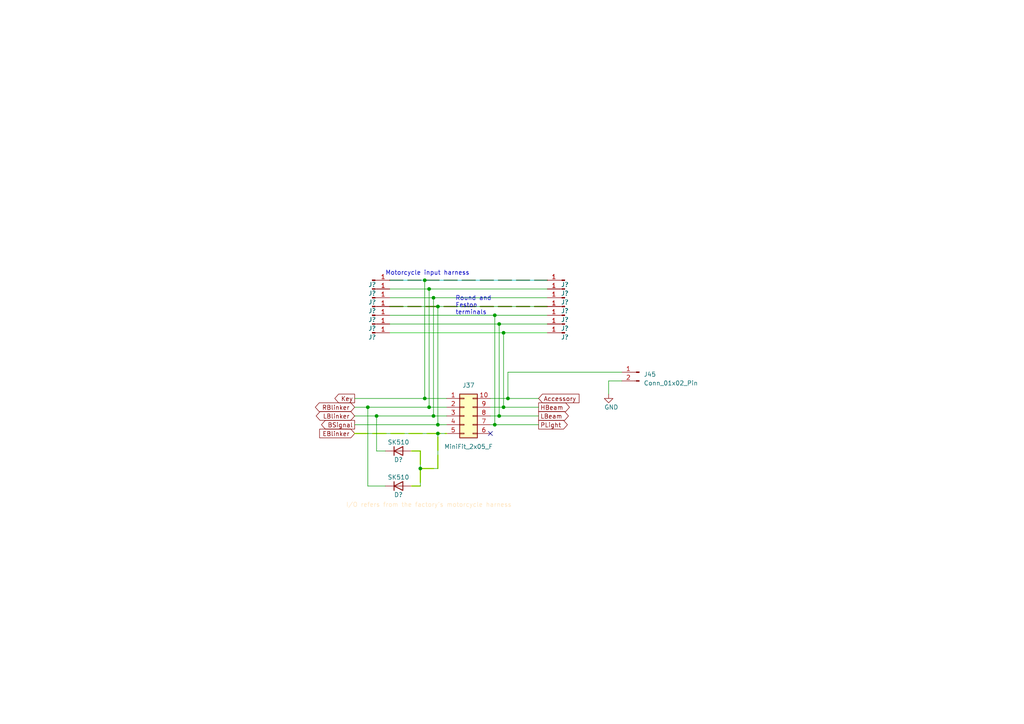
<source format=kicad_sch>
(kicad_sch (version 20230121) (generator eeschema)
  (paper "A4")
  (lib_symbols
    (symbol "Connector:Conn_01x01_Pin" (pin_names (offset 1.016) hide)
      (property "Reference" "J" (at 0 2.54 0))
      (property "Value" "Conn_01x01_Pin" (at 0 -2.54 0))
      (symbol "Conn_01x01_Pin_1_1"
        (polyline (pts (xy 1.27 0) (xy 0.8636 0)) (stroke (width 0.1524)))
        (rectangle (start 0.8636 0.127) (end 0 -0.127) (stroke (width 0.1524)) (fill (type outline)))
        (pin passive line (at 5.08 0 180) (length 3.81) (name "Pin_1") (number "1"))
      )
    )
    (symbol "Connector:Conn_01x02_Pin" (pin_names (offset 1.016) hide)
      (property "Reference" "J" (at 0 2.54 0))
      (property "Value" "Conn_01x02_Pin" (at 0 -5.08 0))
      (symbol "Conn_01x02_Pin_1_1"
        (polyline (pts (xy 1.27 -2.54) (xy 0.8636 -2.54)) (stroke (width 0.1524)))
        (polyline (pts (xy 1.27 0) (xy 0.8636 0)) (stroke (width 0.1524)))
        (rectangle (start 0.8636 -2.413) (end 0 -2.667) (stroke (width 0.1524)) (fill (type outline)))
        (rectangle (start 0.8636 0.127) (end 0 -0.127) (stroke (width 0.1524)) (fill (type outline)))
        (pin passive line (at 5.08 0 180) (length 3.81) (name "Pin_1") (number "1"))
        (pin passive line (at 5.08 -2.54 180) (length 3.81) (name "Pin_2") (number "2"))
      )
    )
    (symbol "Connector_Generic:Conn_02x05_Counter_Clockwise" (pin_names (offset 1.016) hide)
      (property "Reference" "J" (at 1.27 7.62 0))
      (property "Value" "Conn_02x05_Counter_Clockwise" (at 1.27 -7.62 0))
      (symbol "Conn_02x05_Counter_Clockwise_1_1"
        (rectangle (start -1.27 -4.953) (end 0 -5.207) (stroke (width 0.1524)))
        (rectangle (start -1.27 -2.413) (end 0 -2.667) (stroke (width 0.1524)))
        (rectangle (start -1.27 0.127) (end 0 -0.127) (stroke (width 0.1524)))
        (rectangle (start -1.27 2.667) (end 0 2.413) (stroke (width 0.1524)))
        (rectangle (start -1.27 5.207) (end 0 4.953) (stroke (width 0.1524)))
        (rectangle (start -1.27 6.35) (end 3.81 -6.35) (stroke (width 0.254)) (fill (type background)))
        (rectangle (start 3.81 -4.953) (end 2.54 -5.207) (stroke (width 0.1524)))
        (rectangle (start 3.81 -2.413) (end 2.54 -2.667) (stroke (width 0.1524)))
        (rectangle (start 3.81 0.127) (end 2.54 -0.127) (stroke (width 0.1524)))
        (rectangle (start 3.81 2.667) (end 2.54 2.413) (stroke (width 0.1524)))
        (rectangle (start 3.81 5.207) (end 2.54 4.953) (stroke (width 0.1524)))
        (pin passive line (at -5.08 5.08 0) (length 3.81) (name "Pin_1") (number "1"))
        (pin passive line (at 7.62 5.08 180) (length 3.81) (name "Pin_10") (number "10"))
        (pin passive line (at -5.08 2.54 0) (length 3.81) (name "Pin_2") (number "2"))
        (pin passive line (at -5.08 0 0) (length 3.81) (name "Pin_3") (number "3"))
        (pin passive line (at -5.08 -2.54 0) (length 3.81) (name "Pin_4") (number "4"))
        (pin passive line (at -5.08 -5.08 0) (length 3.81) (name "Pin_5") (number "5"))
        (pin passive line (at 7.62 -5.08 180) (length 3.81) (name "Pin_6") (number "6"))
        (pin passive line (at 7.62 -2.54 180) (length 3.81) (name "Pin_7") (number "7"))
        (pin passive line (at 7.62 0 180) (length 3.81) (name "Pin_8") (number "8"))
        (pin passive line (at 7.62 2.54 180) (length 3.81) (name "Pin_9") (number "9"))
      )
    )
    (symbol "Diode:1N5400" (pin_numbers hide) (pin_names hide)
      (property "Reference" "D" (at 0 2.54 0))
      (property "Value" "1N5400" (at 0 -2.54 0))
      (symbol "1N5400_0_1"
        (polyline (pts (xy -1.27 1.27) (xy -1.27 -1.27)) (stroke (width 0.254)))
        (polyline (pts (xy 1.27 0) (xy -1.27 0)))
        (polyline (pts (xy 1.27 1.27) (xy 1.27 -1.27) (xy -1.27 0) (xy 1.27 1.27)) (stroke (width 0.254)))
      )
      (symbol "1N5400_1_1"
        (pin passive line (at -3.81 0 0) (length 2.54) (name "K") (number "1"))
        (pin passive line (at 3.81 0 180) (length 2.54) (name "A") (number "2"))
      )
    )
    (symbol "power:GND" (power) (pin_names (offset 0))
      (property "Value" "GND" (at 0 -3.81 0))
      (symbol "GND_0_1"
        (polyline (pts (xy 0 0) (xy 0 -1.27) (xy 1.27 -1.27) (xy 0 -2.54) (xy -1.27 -1.27) (xy 0 -1.27)))
      )
      (symbol "GND_1_1"
        (pin power_in line (at 0 0 270) (length 0) hide (name "GND") (number "1"))
      )
    )
  )
  (junction (at 123.19 81.28))
  (junction (at 124.46 83.82))
  (junction (at 143.51 91.44))
  (junction (at 143.51 123.19))
  (junction (at 127 125.73))
  (junction (at 146.05 118.11))
  (junction (at 123.19 115.57))
  (junction (at 125.73 120.65))
  (junction (at 106.68 118.11))
  (junction (at 125.73 86.36))
  (junction (at 144.78 120.65))
  (junction (at 127 123.19))
  (junction (at 144.78 93.98))
  (junction (at 147.32 115.57))
  (junction (at 121.92 135.89))
  (junction (at 109.22 120.65))
  (junction (at 146.05 96.52))
  (junction (at 124.46 118.11))
  (junction (at 127 88.9))
  (no_connect (at 142.24 125.73))
  (wire (pts (xy 146.05 96.52) (xy 158.75 96.52)) (stroke (width 0) (color 0 194 0 1)))
  (wire (pts (xy 125.73 86.36) (xy 125.73 120.65)))
  (wire (pts (xy 142.24 123.19) (xy 143.51 123.19)))
  (wire (pts (xy 146.05 118.11) (xy 156.21 118.11)))
  (wire (pts (xy 123.19 81.28) (xy 158.75 81.28)) (stroke (width 0) (color 0 194 194 1)))
  (wire (pts (xy 127 123.19) (xy 129.54 123.19)))
  (wire (pts (xy 142.24 120.65) (xy 144.78 120.65)))
  (wire (pts (xy 102.87 120.65) (xy 109.22 120.65)))
  (polyline (pts (xy 121.92 140.97) (xy 119.38 140.97)) (stroke (width 0.35) (type dash) (color 255 255 0 1)))
  (polyline (pts (xy 121.92 130.81) (xy 119.38 130.81)) (stroke (width 0.35) (type dash) (color 255 255 0 1)))
  (wire (pts (xy 121.92 130.81) (xy 121.92 135.89)))
  (wire (pts (xy 127 125.73) (xy 127 135.89)))
  (wire (pts (xy 102.87 118.11) (xy 106.68 118.11)))
  (polyline (pts (xy 127 135.89) (xy 127 125.73)) (stroke (width 0.35) (type dash) (color 255 255 0 1)))
  (wire (pts (xy 123.19 81.28) (xy 123.19 115.57)))
  (wire (pts (xy 127 88.9) (xy 127 123.19)))
  (wire (pts (xy 109.22 120.65) (xy 125.73 120.65)))
  (wire (pts (xy 121.92 140.97) (xy 119.38 140.97)))
  (wire (pts (xy 144.78 93.98) (xy 158.75 93.98)))
  (polyline (pts (xy 121.92 130.81) (xy 121.92 140.97)) (stroke (width 0.35) (type dash) (color 255 255 0 1)))
  (wire (pts (xy 142.24 115.57) (xy 147.32 115.57)))
  (wire (pts (xy 113.03 96.52) (xy 146.05 96.52)) (stroke (width 0) (color 0 194 0 1)))
  (wire (pts (xy 144.78 120.65) (xy 156.21 120.65)))
  (wire (pts (xy 113.03 93.98) (xy 144.78 93.98)))
  (polyline (pts (xy 121.92 135.89) (xy 127 135.89)) (stroke (width 0.35) (type dash) (color 255 255 0 1)))
  (wire (pts (xy 109.22 130.81) (xy 109.22 120.65)))
  (wire (pts (xy 143.51 123.19) (xy 156.21 123.19)))
  (polyline (pts (xy 113.03 88.9) (xy 158.75 88.9)) (stroke (width 0.35) (type dash) (color 128 77 0 1)))
  (wire (pts (xy 113.03 91.44) (xy 143.51 91.44)))
  (wire (pts (xy 121.92 130.81) (xy 119.38 130.81)))
  (wire (pts (xy 127 88.9) (xy 158.75 88.9)))
  (wire (pts (xy 125.73 86.36) (xy 158.75 86.36)))
  (wire (pts (xy 111.76 130.81) (xy 109.22 130.81)))
  (wire (pts (xy 124.46 118.11) (xy 129.54 118.11)))
  (wire (pts (xy 124.46 83.82) (xy 158.75 83.82)))
  (wire (pts (xy 113.03 81.28) (xy 123.19 81.28)) (stroke (width 0) (color 0 194 194 1)))
  (wire (pts (xy 147.32 107.95) (xy 180.34 107.95)))
  (polyline (pts (xy 113.03 81.28) (xy 158.75 81.28)) (stroke (width 0.35) (type dash) (color 128 77 0 1)))
  (wire (pts (xy 113.03 86.36) (xy 125.73 86.36)))
  (wire (pts (xy 113.03 88.9) (xy 127 88.9)))
  (wire (pts (xy 102.87 123.19) (xy 127 123.19)))
  (wire (pts (xy 144.78 93.98) (xy 144.78 120.65)))
  (wire (pts (xy 146.05 96.52) (xy 146.05 118.11)))
  (wire (pts (xy 106.68 118.11) (xy 124.46 118.11)))
  (wire (pts (xy 121.92 135.89) (xy 121.92 140.97)))
  (wire (pts (xy 176.53 110.49) (xy 176.53 114.3)))
  (wire (pts (xy 111.76 140.97) (xy 106.68 140.97)))
  (wire (pts (xy 106.68 140.97) (xy 106.68 118.11)))
  (wire (pts (xy 143.51 91.44) (xy 143.51 123.19)))
  (wire (pts (xy 147.32 107.95) (xy 147.32 115.57)))
  (wire (pts (xy 142.24 118.11) (xy 146.05 118.11)))
  (wire (pts (xy 125.73 120.65) (xy 129.54 120.65)))
  (wire (pts (xy 124.46 83.82) (xy 124.46 118.11)))
  (wire (pts (xy 127 125.73) (xy 129.54 125.73)))
  (wire (pts (xy 127 135.89) (xy 121.92 135.89)))
  (wire (pts (xy 123.19 115.57) (xy 129.54 115.57)))
  (wire (pts (xy 102.87 125.73) (xy 127 125.73)))
  (wire (pts (xy 102.87 115.57) (xy 123.19 115.57)))
  (wire (pts (xy 147.32 115.57) (xy 156.21 115.57)))
  (wire (pts (xy 143.51 91.44) (xy 158.75 91.44)))
  (polyline (pts (xy 102.87 125.73) (xy 129.54 125.73)) (stroke (width 0.35) (type dash) (color 255 255 0 1)))
  (wire (pts (xy 176.53 110.49) (xy 180.34 110.49)))
  (wire (pts (xy 113.03 83.82) (xy 124.46 83.82)))
  (text "Round and\nFeston\nterminals\n" (at 132.08 91.44 0) (effects (font (size 1.27 1.27)) (justify left bottom)))
  (text "I/O refers from the factory's motorcycle harness\n" (at 100.33 147.32 0) (effects (font (size 1.27 1.27)) (justify left bottom)))
  (text "Motorcycle input harness" (at 111.76 80.01 0) (effects (font (size 1.27 1.27)) (justify left bottom)))
  (global_label "EBlinker" (shape input) (at 102.87 125.73 180) (property "Intersheetrefs" "${INTERSHEET_REFS}" (effects hide)))
  (global_label "LBlinker" (shape bidirectional) (at 102.87 120.65 180) (property "Intersheetrefs" "${INTERSHEET_REFS}" (effects hide)))
  (global_label "PLight" (shape output) (at 156.21 123.19 0) (property "Intersheetrefs" "${INTERSHEET_REFS}" (effects hide)))
  (global_label "BSignal" (shape output) (at 102.87 123.19 180) (property "Intersheetrefs" "${INTERSHEET_REFS}" (effects hide)))
  (global_label "Accessory" (shape input) (at 156.21 115.57 0) (property "Intersheetrefs" "${INTERSHEET_REFS}" (effects hide)))
  (global_label "HBeam" (shape output) (at 156.21 118.11 0) (property "Intersheetrefs" "${INTERSHEET_REFS}" (effects hide)))
  (global_label "LBeam" (shape output) (at 156.21 120.65 0) (property "Intersheetrefs" "${INTERSHEET_REFS}" (effects hide)))
  (global_label "Key" (shape output) (at 102.87 115.57 180) (property "Intersheetrefs" "${INTERSHEET_REFS}" (effects hide)))
  (global_label "RBlinker" (shape bidirectional) (at 102.87 118.11 180) (property "Intersheetrefs" "${INTERSHEET_REFS}" (effects hide)))
  (symbol (lib_id "power:GND") (at 176.53 114.3 0) (unit 1)
    (property "Reference" "#PWR?" (effects hide))
    (property "Value" "GND" (at 175.26 118.11 0) (effects (justify left)))
    (instances (project "dragstar-infotainment" (path "" (reference "#PWR?") (unit 1)) (path "" (reference "#PWR087") (unit 1))))
  )
  (symbol (lib_id "Connector:Conn_01x01_Pin") (at 163.83 96.52 0) (mirror y) (unit 1)
    (property "Reference" "J?" (at 163.83 97.79 0))
    (property "Value" "Round" (effects hide))
    (instances (project "dragstar-infotainment" (path "" (reference "J?") (unit 1)) (path "" (reference "J44") (unit 1))))
  )
  (symbol (lib_id "Connector:Conn_01x01_Pin") (at 107.95 81.28 0) (unit 1)
    (property "Reference" "J?" (at 107.95 82.55 0))
    (property "Value" "Round" (effects hide))
    (instances (project "dragstar-infotainment" (path "" (reference "J?") (unit 1)) (path "" (reference "J30") (unit 1))))
  )
  (symbol (lib_id "Connector:Conn_01x01_Pin") (at 107.95 88.9 0) (unit 1)
    (property "Reference" "J?" (at 107.95 90.17 0))
    (property "Value" "Round" (effects hide))
    (instances (project "dragstar-infotainment" (path "" (reference "J?") (unit 1)) (path "" (reference "J33") (unit 1))))
  )
  (symbol (lib_id "Connector:Conn_01x01_Pin") (at 163.83 83.82 0) (mirror y) (unit 1)
    (property "Reference" "J?" (at 163.83 85.09 0))
    (property "Value" "Round" (effects hide))
    (instances (project "dragstar-infotainment" (path "" (reference "J?") (unit 1)) (path "" (reference "J39") (unit 1))))
  )
  (symbol (lib_id "Connector:Conn_01x01_Pin") (at 163.83 91.44 0) (mirror y) (unit 1)
    (property "Reference" "J?" (at 163.83 92.71 0))
    (property "Value" "Round" (effects hide))
    (instances (project "dragstar-infotainment" (path "" (reference "J?") (unit 1)) (path "" (reference "J42") (unit 1))))
  )
  (symbol (lib_id "Diode:1N5400") (at 115.57 140.97 0) (unit 1)
    (property "Reference" "D?" (at 115.57 143.51 0))
    (property "Value" "SK510" (at 115.57 138.43 0))
    (property "Footprint" "Diode_SMD:D_SMB_Handsoldering" (effects hide))
    (property "Datasheet" "http://www.vishay.com/docs/88516/1n5400.pdf" (effects hide))
    (property "Sim.Device" "D" (effects hide))
    (property "Sim.Pins" "1=K 2=A" (effects hide))
    (property "Vendor" "Mauser" (effects hide))
    (property "Vendor Link" "https://mauser.pt/catalog/product_info.php?products_id=007-0047" (effects hide))
    (property "Vendor Ref" "007-0047" (effects hide))
    (instances (project "dragstar-infotainment" (path "" (reference "D?") (unit 1)) (path "" (reference "D?") (unit 1)) (path "" (reference "D22") (unit 1))))
  )
  (symbol (lib_id "Connector_Generic:Conn_02x05_Counter_Clockwise") (at 134.62 120.65 0) (unit 1)
    (property "Reference" "J37" (at 135.89 111.76 0))
    (property "Value" "MiniFit_2x05_F" (at 135.89 129.54 0))
    (property "Footprint" "Connector_Molex:Molex_Mini-Fit_Jr_5566-10A_2x05_P4.20mm_Vertical" (effects hide))
    (property "Datasheet" "https://mauser.pt/catalog/product_info.php?cPath=1874_640_1003&products_id=011-0760" (effects hide))
    (property "Vendor" "Mauser" (effects hide))
    (property "Vendor Link" "https://mauser.pt/catalog/product_info.php?products_id=011-0760" (effects hide))
    (property "Vendor Ref" "011-0760" (effects hide))
  )
  (symbol (lib_id "Connector:Conn_01x02_Pin") (at 185.42 107.95 0) (mirror y) (unit 1)
    (property "Reference" "J45" (at 186.69 108.585 0) (effects (justify right)))
    (property "Value" "Conn_01x02_Pin" (at 186.69 111.125 0) (effects (justify right)))
  )
  (symbol (lib_id "Connector:Conn_01x01_Pin") (at 163.83 93.98 0) (mirror y) (unit 1)
    (property "Reference" "J?" (at 163.83 95.25 0))
    (property "Value" "Round" (effects hide))
    (instances (project "dragstar-infotainment" (path "" (reference "J?") (unit 1)) (path "" (reference "J43") (unit 1))))
  )
  (symbol (lib_id "Connector:Conn_01x01_Pin") (at 107.95 86.36 0) (unit 1)
    (property "Reference" "J?" (at 107.95 87.63 0))
    (property "Value" "Round" (effects hide))
    (instances (project "dragstar-infotainment" (path "" (reference "J?") (unit 1)) (path "" (reference "J32") (unit 1))))
  )
  (symbol (lib_id "Connector:Conn_01x01_Pin") (at 107.95 93.98 0) (unit 1)
    (property "Reference" "J?" (at 107.95 95.25 0))
    (property "Value" "Round" (effects hide))
    (instances (project "dragstar-infotainment" (path "" (reference "J?") (unit 1)) (path "" (reference "J35") (unit 1))))
  )
  (symbol (lib_id "Diode:1N5400") (at 115.57 130.81 0) (unit 1)
    (property "Reference" "D?" (at 115.57 133.35 0))
    (property "Value" "SK510" (at 115.57 128.27 0))
    (property "Footprint" "Diode_SMD:D_SMB_Handsoldering" (effects hide))
    (property "Datasheet" "http://www.vishay.com/docs/88516/1n5400.pdf" (effects hide))
    (property "Sim.Device" "D" (effects hide))
    (property "Sim.Pins" "1=K 2=A" (effects hide))
    (property "Vendor" "Mauser" (effects hide))
    (property "Vendor Link" "https://mauser.pt/catalog/product_info.php?products_id=007-0047" (effects hide))
    (property "Vendor Ref" "007-0047" (effects hide))
    (instances (project "dragstar-infotainment" (path "" (reference "D?") (unit 1)) (path "" (reference "D?") (unit 1)) (path "" (reference "D21") (unit 1))))
  )
  (symbol (lib_id "Connector:Conn_01x01_Pin") (at 107.95 96.52 0) (unit 1)
    (property "Reference" "J?" (at 107.95 97.79 0))
    (property "Value" "Round" (effects hide))
    (instances (project "dragstar-infotainment" (path "" (reference "J?") (unit 1)) (path "" (reference "J36") (unit 1))))
  )
  (symbol (lib_id "Connector:Conn_01x01_Pin") (at 107.95 91.44 0) (unit 1)
    (property "Reference" "J?" (at 107.95 92.71 0))
    (property "Value" "Round" (effects hide))
    (instances (project "dragstar-infotainment" (path "" (reference "J?") (unit 1)) (path "" (reference "J34") (unit 1))))
  )
  (symbol (lib_id "Connector:Conn_01x01_Pin") (at 163.83 88.9 0) (mirror y) (unit 1)
    (property "Reference" "J?" (at 163.83 90.17 0))
    (property "Value" "Round" (effects hide))
    (instances (project "dragstar-infotainment" (path "" (reference "J?") (unit 1)) (path "" (reference "J41") (unit 1))))
  )
  (symbol (lib_id "Connector:Conn_01x01_Pin") (at 107.95 83.82 0) (unit 1)
    (property "Reference" "J?" (at 107.95 85.09 0))
    (property "Value" "Round" (effects hide))
    (instances (project "dragstar-infotainment" (path "" (reference "J?") (unit 1)) (path "" (reference "J31") (unit 1))))
  )
  (symbol (lib_id "Connector:Conn_01x01_Pin") (at 163.83 86.36 0) (mirror y) (unit 1)
    (property "Reference" "J?" (at 163.83 87.63 0))
    (property "Value" "Round" (effects hide))
    (instances (project "dragstar-infotainment" (path "" (reference "J?") (unit 1)) (path "" (reference "J40") (unit 1))))
  )
  (symbol (lib_id "Connector:Conn_01x01_Pin") (at 163.83 81.28 0) (mirror y) (unit 1)
    (property "Reference" "J?" (at 163.83 82.55 0))
    (property "Value" "Round" (effects hide))
    (instances (project "dragstar-infotainment" (path "" (reference "J?") (unit 1)) (path "" (reference "J38") (unit 1))))
  )
)
</source>
